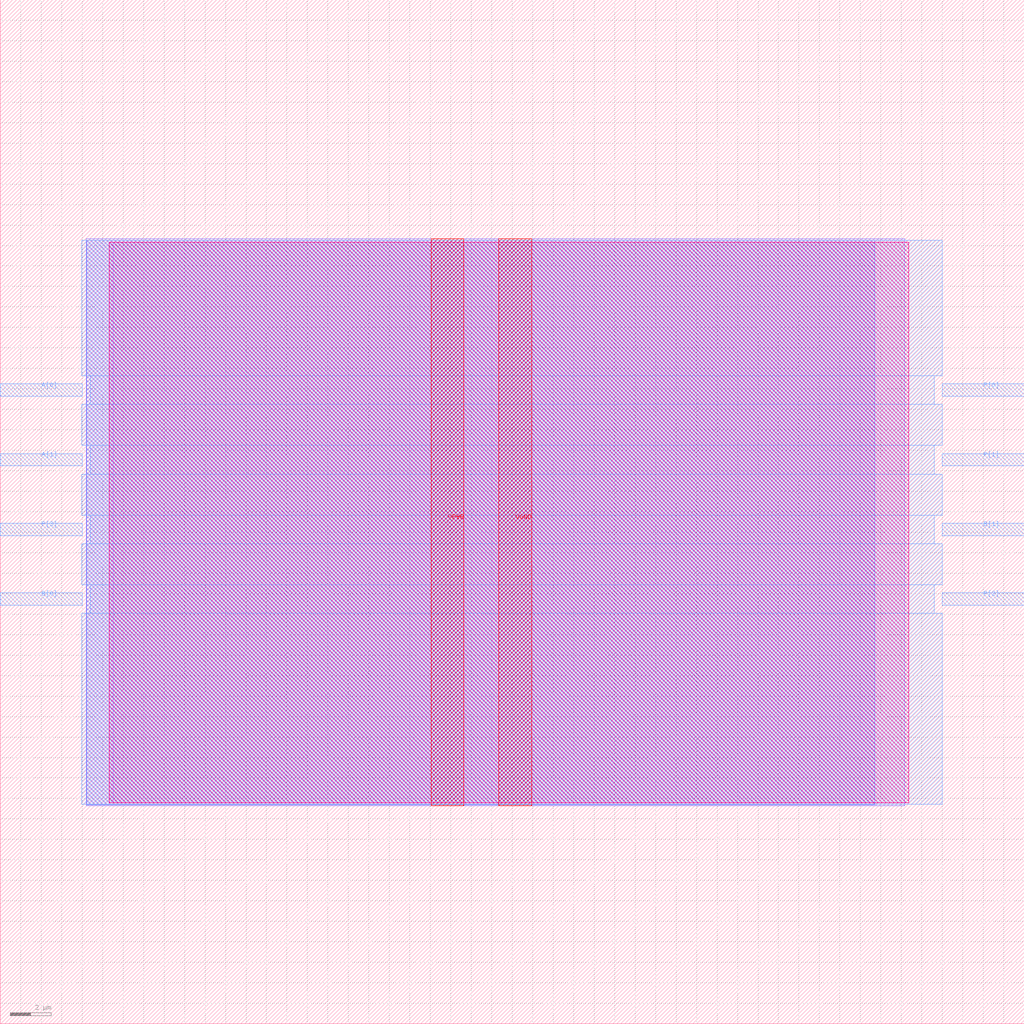
<source format=lef>
VERSION 5.7 ;
  NOWIREEXTENSIONATPIN ON ;
  DIVIDERCHAR "/" ;
  BUSBITCHARS "[]" ;
MACRO SarsaNada_e10
  CLASS BLOCK ;
  FOREIGN SarsaNada_e10 ;
  ORIGIN 0.000 0.000 ;
  SIZE 50.000 BY 50.000 ;
  PIN A[0]
    DIRECTION INPUT ;
    USE SIGNAL ;
    ANTENNAGATEAREA 0.196500 ;
    PORT
      LAYER met3 ;
        RECT 0.000 30.640 4.000 31.240 ;
    END
  END A[0]
  PIN A[1]
    DIRECTION INPUT ;
    USE SIGNAL ;
    ANTENNAGATEAREA 0.196500 ;
    PORT
      LAYER met3 ;
        RECT 0.000 27.240 4.000 27.840 ;
    END
  END A[1]
  PIN B[0]
    DIRECTION INPUT ;
    USE SIGNAL ;
    ANTENNAGATEAREA 0.196500 ;
    PORT
      LAYER met3 ;
        RECT 0.000 20.440 4.000 21.040 ;
    END
  END B[0]
  PIN B[1]
    DIRECTION INPUT ;
    USE SIGNAL ;
    ANTENNAGATEAREA 0.196500 ;
    PORT
      LAYER met3 ;
        RECT 46.000 23.840 50.000 24.440 ;
    END
  END B[1]
  PIN P[0]
    DIRECTION OUTPUT ;
    USE SIGNAL ;
    ANTENNADIFFAREA 0.445500 ;
    PORT
      LAYER met3 ;
        RECT 46.000 30.640 50.000 31.240 ;
    END
  END P[0]
  PIN P[1]
    DIRECTION OUTPUT ;
    USE SIGNAL ;
    ANTENNADIFFAREA 0.445500 ;
    PORT
      LAYER met3 ;
        RECT 46.000 27.240 50.000 27.840 ;
    END
  END P[1]
  PIN P[2]
    DIRECTION OUTPUT ;
    USE SIGNAL ;
    ANTENNADIFFAREA 0.445500 ;
    PORT
      LAYER met3 ;
        RECT 46.000 20.440 50.000 21.040 ;
    END
  END P[2]
  PIN P[3]
    DIRECTION OUTPUT ;
    USE SIGNAL ;
    ANTENNADIFFAREA 0.445500 ;
    PORT
      LAYER met3 ;
        RECT 0.000 23.840 4.000 24.440 ;
    END
  END P[3]
  PIN VGND
    DIRECTION INOUT ;
    USE GROUND ;
    PORT
      LAYER met4 ;
        RECT 24.340 10.640 25.940 38.320 ;
    END
  END VGND
  PIN VPWR
    DIRECTION INOUT ;
    USE POWER ;
    PORT
      LAYER met4 ;
        RECT 21.040 10.640 22.640 38.320 ;
    END
  END VPWR
  OBS
      LAYER nwell ;
        RECT 5.330 10.795 44.350 38.165 ;
      LAYER li1 ;
        RECT 5.520 10.795 44.160 38.165 ;
      LAYER met1 ;
        RECT 4.210 10.640 44.160 38.320 ;
      LAYER met2 ;
        RECT 4.230 10.695 42.690 38.265 ;
      LAYER met3 ;
        RECT 3.990 31.640 46.000 38.245 ;
        RECT 4.400 30.240 45.600 31.640 ;
        RECT 3.990 28.240 46.000 30.240 ;
        RECT 4.400 26.840 45.600 28.240 ;
        RECT 3.990 24.840 46.000 26.840 ;
        RECT 4.400 23.440 45.600 24.840 ;
        RECT 3.990 21.440 46.000 23.440 ;
        RECT 4.400 20.040 45.600 21.440 ;
        RECT 3.990 10.715 46.000 20.040 ;
  END
END SarsaNada_e10
END LIBRARY


</source>
